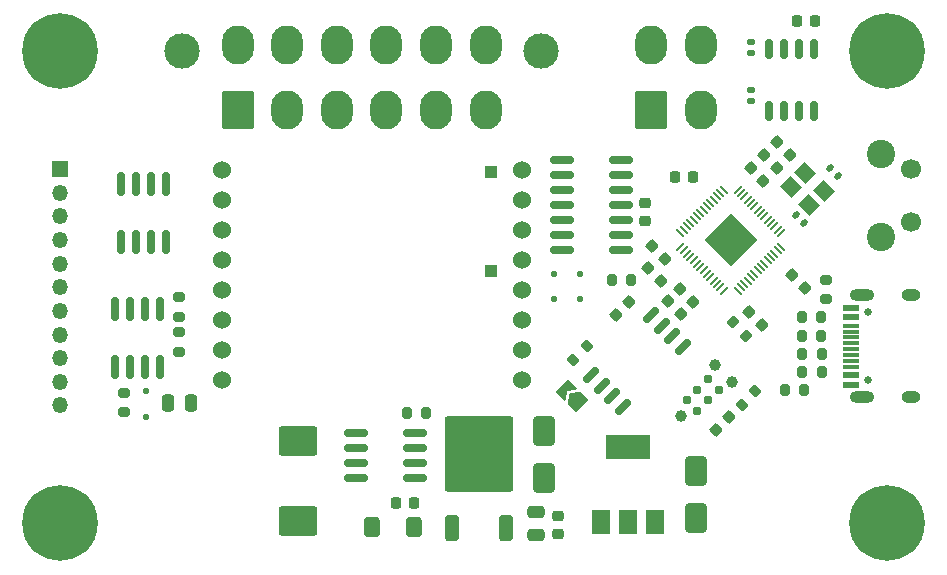
<source format=gbr>
%TF.GenerationSoftware,KiCad,Pcbnew,7.99.0-3804-ge3eab57133-dirty*%
%TF.CreationDate,2023-12-05T15:26:08-03:00*%
%TF.ProjectId,Wideband_v3,57696465-6261-46e6-945f-76332e6b6963,rev?*%
%TF.SameCoordinates,Original*%
%TF.FileFunction,Soldermask,Top*%
%TF.FilePolarity,Negative*%
%FSLAX46Y46*%
G04 Gerber Fmt 4.6, Leading zero omitted, Abs format (unit mm)*
G04 Created by KiCad (PCBNEW 7.99.0-3804-ge3eab57133-dirty) date 2023-12-05 15:26:08*
%MOMM*%
%LPD*%
G01*
G04 APERTURE LIST*
G04 Aperture macros list*
%AMRoundRect*
0 Rectangle with rounded corners*
0 $1 Rounding radius*
0 $2 $3 $4 $5 $6 $7 $8 $9 X,Y pos of 4 corners*
0 Add a 4 corners polygon primitive as box body*
4,1,4,$2,$3,$4,$5,$6,$7,$8,$9,$2,$3,0*
0 Add four circle primitives for the rounded corners*
1,1,$1+$1,$2,$3*
1,1,$1+$1,$4,$5*
1,1,$1+$1,$6,$7*
1,1,$1+$1,$8,$9*
0 Add four rect primitives between the rounded corners*
20,1,$1+$1,$2,$3,$4,$5,0*
20,1,$1+$1,$4,$5,$6,$7,0*
20,1,$1+$1,$6,$7,$8,$9,0*
20,1,$1+$1,$8,$9,$2,$3,0*%
%AMRotRect*
0 Rectangle, with rotation*
0 The origin of the aperture is its center*
0 $1 length*
0 $2 width*
0 $3 Rotation angle, in degrees counterclockwise*
0 Add horizontal line*
21,1,$1,$2,0,0,$3*%
%AMFreePoly0*
4,1,6,1.000000,0.000000,0.499999,-0.750000,-0.499999,-0.750000,-0.499999,0.750000,0.499999,0.750000,1.000000,0.000000,1.000000,0.000000,$1*%
%AMFreePoly1*
4,1,6,0.499999,-0.750000,-0.649999,-0.750000,-0.150000,0.000000,-0.649999,0.750000,0.499999,0.750000,0.499999,-0.750000,0.499999,-0.750000,$1*%
G04 Aperture macros list end*
%ADD10RoundRect,0.200000X0.275000X-0.200000X0.275000X0.200000X-0.275000X0.200000X-0.275000X-0.200000X0*%
%ADD11RoundRect,0.200000X0.200000X0.275000X-0.200000X0.275000X-0.200000X-0.275000X0.200000X-0.275000X0*%
%ADD12RoundRect,0.200000X-0.200000X-0.275000X0.200000X-0.275000X0.200000X0.275000X-0.200000X0.275000X0*%
%ADD13C,0.800000*%
%ADD14C,6.400000*%
%ADD15R,1.350000X1.350000*%
%ADD16O,1.350000X1.350000*%
%ADD17RoundRect,0.250000X-1.400000X-1.000000X1.400000X-1.000000X1.400000X1.000000X-1.400000X1.000000X0*%
%ADD18RoundRect,0.150000X-0.353553X-0.565685X0.565685X0.353553X0.353553X0.565685X-0.565685X-0.353553X0*%
%ADD19C,2.400000*%
%ADD20C,1.700000*%
%ADD21R,1.500000X2.000000*%
%ADD22R,3.800000X2.000000*%
%ADD23R,1.000000X1.000000*%
%ADD24RoundRect,0.140000X0.170000X-0.140000X0.170000X0.140000X-0.170000X0.140000X-0.170000X-0.140000X0*%
%ADD25RoundRect,0.225000X0.335876X0.017678X0.017678X0.335876X-0.335876X-0.017678X-0.017678X-0.335876X0*%
%ADD26RoundRect,0.225000X-0.335876X-0.017678X-0.017678X-0.335876X0.335876X0.017678X0.017678X0.335876X0*%
%ADD27RoundRect,0.250000X0.400000X0.600000X-0.400000X0.600000X-0.400000X-0.600000X0.400000X-0.600000X0*%
%ADD28RoundRect,0.250000X-0.650000X1.000000X-0.650000X-1.000000X0.650000X-1.000000X0.650000X1.000000X0*%
%ADD29RotRect,1.400000X1.200000X315.000000*%
%ADD30RoundRect,0.225000X0.017678X-0.335876X0.335876X-0.017678X-0.017678X0.335876X-0.335876X0.017678X0*%
%ADD31RoundRect,0.225000X-0.225000X-0.250000X0.225000X-0.250000X0.225000X0.250000X-0.225000X0.250000X0*%
%ADD32RoundRect,0.125000X0.125000X0.125000X-0.125000X0.125000X-0.125000X-0.125000X0.125000X-0.125000X0*%
%ADD33FreePoly0,135.000000*%
%ADD34FreePoly1,135.000000*%
%ADD35RoundRect,0.225000X0.250000X-0.225000X0.250000X0.225000X-0.250000X0.225000X-0.250000X-0.225000X0*%
%ADD36C,1.524000*%
%ADD37RoundRect,0.250000X0.250000X0.475000X-0.250000X0.475000X-0.250000X-0.475000X0.250000X-0.475000X0*%
%ADD38RoundRect,0.200000X-0.053033X0.335876X-0.335876X0.053033X0.053033X-0.335876X0.335876X-0.053033X0*%
%ADD39RoundRect,0.200000X-0.335876X-0.053033X-0.053033X-0.335876X0.335876X0.053033X0.053033X0.335876X0*%
%ADD40RoundRect,0.140000X-0.219203X-0.021213X-0.021213X-0.219203X0.219203X0.021213X0.021213X0.219203X0*%
%ADD41RoundRect,0.225000X0.225000X0.250000X-0.225000X0.250000X-0.225000X-0.250000X0.225000X-0.250000X0*%
%ADD42RoundRect,0.150000X-0.825000X-0.150000X0.825000X-0.150000X0.825000X0.150000X-0.825000X0.150000X0*%
%ADD43C,0.650000*%
%ADD44R,1.450000X0.600000*%
%ADD45R,1.450000X0.300000*%
%ADD46O,2.100000X1.000000*%
%ADD47O,1.600000X1.000000*%
%ADD48RoundRect,0.140000X0.219203X0.021213X0.021213X0.219203X-0.219203X-0.021213X-0.021213X-0.219203X0*%
%ADD49RoundRect,0.200000X-0.275000X0.200000X-0.275000X-0.200000X0.275000X-0.200000X0.275000X0.200000X0*%
%ADD50RoundRect,0.140000X-0.170000X0.140000X-0.170000X-0.140000X0.170000X-0.140000X0.170000X0.140000X0*%
%ADD51RoundRect,0.150000X0.825000X0.150000X-0.825000X0.150000X-0.825000X-0.150000X0.825000X-0.150000X0*%
%ADD52C,0.990600*%
%ADD53C,0.787400*%
%ADD54RoundRect,0.150000X0.150000X-0.675000X0.150000X0.675000X-0.150000X0.675000X-0.150000X-0.675000X0*%
%ADD55RoundRect,0.050000X0.309359X-0.238649X-0.238649X0.309359X-0.309359X0.238649X0.238649X-0.309359X0*%
%ADD56RoundRect,0.050000X0.309359X0.238649X0.238649X0.309359X-0.309359X-0.238649X-0.238649X-0.309359X0*%
%ADD57RotRect,3.200000X3.200000X135.000000*%
%ADD58RoundRect,0.150000X-0.150000X0.825000X-0.150000X-0.825000X0.150000X-0.825000X0.150000X0.825000X0*%
%ADD59RoundRect,0.125000X-0.125000X-0.125000X0.125000X-0.125000X0.125000X0.125000X-0.125000X0.125000X0*%
%ADD60RoundRect,0.125000X0.125000X-0.125000X0.125000X0.125000X-0.125000X0.125000X-0.125000X-0.125000X0*%
%ADD61RoundRect,0.250000X0.350000X-0.850000X0.350000X0.850000X-0.350000X0.850000X-0.350000X-0.850000X0*%
%ADD62RoundRect,0.249997X2.650003X-2.950003X2.650003X2.950003X-2.650003X2.950003X-2.650003X-2.950003X0*%
%ADD63RoundRect,0.250000X0.475000X-0.250000X0.475000X0.250000X-0.475000X0.250000X-0.475000X-0.250000X0*%
%ADD64C,3.000000*%
%ADD65RoundRect,0.250001X-1.099999X-1.399999X1.099999X-1.399999X1.099999X1.399999X-1.099999X1.399999X0*%
%ADD66O,2.700000X3.300000*%
G04 APERTURE END LIST*
D10*
%TO.C,R13*%
X147472400Y-91150600D03*
X147472400Y-89500600D03*
%TD*%
D11*
%TO.C,R12*%
X147047400Y-92675600D03*
X145397400Y-92675600D03*
%TD*%
%TO.C,R11*%
X147097400Y-97325600D03*
X145447400Y-97325600D03*
%TD*%
%TO.C,R10*%
X145597400Y-98825600D03*
X143947400Y-98825600D03*
%TD*%
D12*
%TO.C,R9*%
X129297400Y-89475600D03*
X130947400Y-89475600D03*
%TD*%
D10*
%TO.C,R8*%
X92672400Y-92600600D03*
X92672400Y-90950600D03*
%TD*%
%TO.C,R7*%
X92672400Y-95600600D03*
X92672400Y-93950600D03*
%TD*%
D13*
%TO.C,H3*%
X80222400Y-110125600D03*
X80925344Y-108428544D03*
X80925344Y-111822656D03*
X82622400Y-107725600D03*
D14*
X82622400Y-110125600D03*
D13*
X82622400Y-112525600D03*
X84319456Y-108428544D03*
X84319456Y-111822656D03*
X85022400Y-110125600D03*
%TD*%
D15*
%TO.C,J1*%
X82622400Y-80125600D03*
D16*
X82622400Y-82125600D03*
X82622400Y-84125600D03*
X82622400Y-86125600D03*
X82622400Y-88125600D03*
X82622400Y-90125600D03*
X82622400Y-92125600D03*
X82622400Y-94125600D03*
X82622400Y-96125600D03*
X82622400Y-98125600D03*
X82622400Y-100125600D03*
%TD*%
D17*
%TO.C,D10*%
X102717600Y-103127600D03*
X102717600Y-109927600D03*
%TD*%
D18*
%TO.C,U2*%
X127552377Y-97566146D03*
X128450403Y-98464172D03*
X129348428Y-99362197D03*
X130246454Y-100260223D03*
X135337623Y-95169054D03*
X134439597Y-94271028D03*
X133541572Y-93373003D03*
X132643546Y-92474977D03*
%TD*%
D13*
%TO.C,H1*%
X150222400Y-70125600D03*
X150925344Y-68428544D03*
X150925344Y-71822656D03*
X152622400Y-67725600D03*
D14*
X152622400Y-70125600D03*
D13*
X152622400Y-72525600D03*
X154319456Y-68428544D03*
X154319456Y-71822656D03*
X155022400Y-70125600D03*
%TD*%
D19*
%TO.C,SW3*%
X152122401Y-78875600D03*
X152122400Y-85875600D03*
D20*
X154622400Y-80125600D03*
X154622400Y-84625601D03*
%TD*%
D21*
%TO.C,U8*%
X128408400Y-109982400D03*
X130708400Y-109982399D03*
D22*
X130708400Y-103682401D03*
D21*
X133008400Y-109982400D03*
%TD*%
D23*
%TO.C,TP4*%
X119075200Y-88747600D03*
%TD*%
D24*
%TO.C,C1*%
X141071600Y-70279200D03*
X141071600Y-69319200D03*
%TD*%
D13*
%TO.C,H4*%
X150222400Y-110125600D03*
X150925344Y-108428544D03*
X150925344Y-111822656D03*
X152622400Y-107725600D03*
D14*
X152622400Y-110125600D03*
D13*
X152622400Y-112525600D03*
X154319456Y-108428544D03*
X154319456Y-111822656D03*
X155022400Y-110125600D03*
%TD*%
D25*
%TO.C,C18*%
X144362808Y-78957808D03*
X143266792Y-77861792D03*
%TD*%
D26*
%TO.C,C10*%
X141056992Y-80046192D03*
X142153008Y-81142208D03*
%TD*%
D27*
%TO.C,D11*%
X112538351Y-110444273D03*
X109038351Y-110444273D03*
%TD*%
D26*
%TO.C,C19*%
X135124392Y-90277592D03*
X136220408Y-91373608D03*
%TD*%
D28*
%TO.C,D1*%
X136398000Y-105645199D03*
X136398000Y-109645201D03*
%TD*%
D12*
%TO.C,R20*%
X111951000Y-100736400D03*
X113601000Y-100736400D03*
%TD*%
D29*
%TO.C,Y1*%
X144485155Y-81612061D03*
X146040790Y-83167696D03*
X147242871Y-81965615D03*
X145687236Y-80409980D03*
%TD*%
D30*
%TO.C,C24*%
X129703192Y-92496008D03*
X130799208Y-91399992D03*
%TD*%
D31*
%TO.C,C23*%
X134647400Y-80825600D03*
X136197400Y-80825600D03*
%TD*%
D26*
%TO.C,C14*%
X144587592Y-89113992D03*
X145683608Y-90210008D03*
%TD*%
D32*
%TO.C,D5*%
X126626799Y-91084400D03*
X124426801Y-91084400D03*
%TD*%
D23*
%TO.C,TP5*%
X119075200Y-80365600D03*
%TD*%
D33*
%TO.C,JP4*%
X126445852Y-99877452D03*
D34*
X125420548Y-98852148D03*
%TD*%
D35*
%TO.C,C29*%
X124764800Y-111011000D03*
X124764800Y-109461000D03*
%TD*%
D26*
%TO.C,C17*%
X132395592Y-88529792D03*
X133491608Y-89625808D03*
%TD*%
D36*
%TO.C,U3*%
X121716800Y-97967800D03*
X121716800Y-95427800D03*
X121716800Y-92887800D03*
X121716800Y-90347800D03*
X121716800Y-87807800D03*
X121716800Y-85267800D03*
X121716800Y-82727800D03*
X121716800Y-80187800D03*
X96316800Y-97967800D03*
X96316801Y-95427800D03*
X96316800Y-92887800D03*
X96316800Y-90347800D03*
X96316800Y-87807800D03*
X96316800Y-85267801D03*
X96316800Y-82727799D03*
X96316800Y-80187800D03*
%TD*%
D37*
%TO.C,C7*%
X93659999Y-99898200D03*
X91760001Y-99898200D03*
%TD*%
D26*
%TO.C,C11*%
X134074392Y-91327592D03*
X135170408Y-92423608D03*
%TD*%
D38*
%TO.C,R6*%
X127176963Y-95123837D03*
X126010237Y-96290563D03*
%TD*%
D39*
%TO.C,R5*%
X139539037Y-93042237D03*
X140705763Y-94208963D03*
%TD*%
D40*
%TO.C,C15*%
X147767989Y-80051589D03*
X148446811Y-80730411D03*
%TD*%
D41*
%TO.C,C28*%
X112585800Y-108356400D03*
X111035800Y-108356400D03*
%TD*%
D35*
%TO.C,C13*%
X132130800Y-84544200D03*
X132130800Y-82994200D03*
%TD*%
D42*
%TO.C,U7*%
X125134600Y-79375000D03*
X125134600Y-80645000D03*
X125134600Y-81915000D03*
X125134600Y-83185000D03*
X125134600Y-84455000D03*
X125134600Y-85725000D03*
X125134600Y-86995000D03*
X130084600Y-86995000D03*
X130084600Y-85725000D03*
X130084600Y-84455000D03*
X130084600Y-83185000D03*
X130084600Y-81915000D03*
X130084600Y-80645000D03*
X130084600Y-79375000D03*
%TD*%
D43*
%TO.C,J2*%
X151022400Y-98015600D03*
X151022400Y-92235600D03*
D44*
X149577400Y-98375600D03*
X149577400Y-97575601D03*
D45*
X149577401Y-96375600D03*
X149577400Y-95375600D03*
X149577400Y-94875600D03*
X149577401Y-93875600D03*
D44*
X149577400Y-92675599D03*
X149577400Y-91875600D03*
X149577400Y-91875600D03*
X149577400Y-92675599D03*
D45*
X149577400Y-93375600D03*
X149577400Y-94375600D03*
X149577400Y-95875600D03*
X149577400Y-96875600D03*
D44*
X149577400Y-97575601D03*
X149577400Y-98375600D03*
D46*
X150492400Y-99445600D03*
D47*
X154672400Y-99445600D03*
D46*
X150492400Y-90805600D03*
D47*
X154672400Y-90805600D03*
%TD*%
D48*
%TO.C,C16*%
X145611811Y-84665011D03*
X144932989Y-83986189D03*
%TD*%
D13*
%TO.C,H2*%
X80222400Y-70125600D03*
X80925344Y-68428544D03*
X80925344Y-71822656D03*
X82622400Y-67725600D03*
D14*
X82622400Y-70125600D03*
D13*
X82622400Y-72525600D03*
X84319456Y-68428544D03*
X84319456Y-71822656D03*
X85022400Y-70125600D03*
%TD*%
D11*
%TO.C,R4*%
X147052800Y-94208600D03*
X145402800Y-94208600D03*
%TD*%
D49*
%TO.C,R18*%
X88036400Y-99073200D03*
X88036400Y-100723200D03*
%TD*%
D50*
%TO.C,C2*%
X141071600Y-73434000D03*
X141071600Y-74394000D03*
%TD*%
D51*
%TO.C,Q6*%
X112609400Y-106248200D03*
X112609400Y-104978200D03*
X112609400Y-103708200D03*
X112609400Y-102438200D03*
X107659400Y-102438200D03*
X107659400Y-103708200D03*
X107659400Y-104978200D03*
X107659400Y-106248200D03*
%TD*%
D52*
%TO.C,J3*%
X135203362Y-101033013D03*
X138077044Y-96722490D03*
X139513885Y-98159331D03*
D53*
X136550400Y-100584000D03*
X135652375Y-99685975D03*
X137448426Y-99685975D03*
X136550400Y-98787949D03*
X138346451Y-98787949D03*
X137448426Y-97889924D03*
%TD*%
D54*
%TO.C,U4*%
X142621000Y-75167400D03*
X143891000Y-75167400D03*
X145161000Y-75167400D03*
X146431000Y-75167400D03*
X146431000Y-69917400D03*
X145161000Y-69917400D03*
X143891000Y-69917400D03*
X142621000Y-69917400D03*
%TD*%
D55*
%TO.C,U1*%
X139962002Y-90400557D03*
X140244845Y-90117714D03*
X140527687Y-89834872D03*
X140810530Y-89552029D03*
X141093373Y-89269186D03*
X141376215Y-88986344D03*
X141659058Y-88703501D03*
X141941901Y-88420658D03*
X142224744Y-88137815D03*
X142507586Y-87854973D03*
X142790429Y-87572130D03*
X143073272Y-87289287D03*
X143356114Y-87006445D03*
X143638957Y-86723602D03*
D56*
X143638957Y-85539198D03*
X143356114Y-85256355D03*
X143073272Y-84973513D03*
X142790429Y-84690670D03*
X142507586Y-84407827D03*
X142224744Y-84124985D03*
X141941901Y-83842142D03*
X141659058Y-83559299D03*
X141376215Y-83276456D03*
X141093373Y-82993614D03*
X140810530Y-82710771D03*
X140527687Y-82427928D03*
X140244845Y-82145086D03*
X139962002Y-81862243D03*
D55*
X138777598Y-81862243D03*
X138494755Y-82145086D03*
X138211913Y-82427928D03*
X137929070Y-82710771D03*
X137646227Y-82993614D03*
X137363385Y-83276456D03*
X137080542Y-83559299D03*
X136797699Y-83842142D03*
X136514856Y-84124985D03*
X136232014Y-84407827D03*
X135949171Y-84690670D03*
X135666328Y-84973513D03*
X135383486Y-85256355D03*
X135100643Y-85539198D03*
D56*
X135100643Y-86723602D03*
X135383486Y-87006445D03*
X135666328Y-87289287D03*
X135949171Y-87572130D03*
X136232014Y-87854973D03*
X136514856Y-88137815D03*
X136797699Y-88420658D03*
X137080542Y-88703501D03*
X137363385Y-88986344D03*
X137646227Y-89269186D03*
X137929070Y-89552029D03*
X138211913Y-89834872D03*
X138494755Y-90117714D03*
X138777598Y-90400557D03*
D57*
X139369800Y-86131400D03*
%TD*%
D41*
%TO.C,C12*%
X146520200Y-67614800D03*
X144970200Y-67614800D03*
%TD*%
D58*
%TO.C,U10*%
X91077400Y-91962200D03*
X89807400Y-91962200D03*
X88537400Y-91962200D03*
X87267400Y-91962200D03*
X87267400Y-96912200D03*
X88537400Y-96912200D03*
X89807400Y-96912200D03*
X91077400Y-96912200D03*
%TD*%
D59*
%TO.C,D6*%
X124452200Y-89027000D03*
X126652200Y-89027000D03*
%TD*%
D12*
%TO.C,R3*%
X145428200Y-95808800D03*
X147078200Y-95808800D03*
%TD*%
D60*
%TO.C,D7*%
X89890600Y-101125199D03*
X89890600Y-98925201D03*
%TD*%
D28*
%TO.C,D2*%
X123529690Y-102298989D03*
X123529690Y-106298991D03*
%TD*%
D25*
%TO.C,C21*%
X133821808Y-87746208D03*
X132725792Y-86650192D03*
%TD*%
D58*
%TO.C,U9*%
X91592400Y-81345000D03*
X90322400Y-81345000D03*
X89052400Y-81345000D03*
X87782400Y-81345000D03*
X87782400Y-86295000D03*
X89052400Y-86295000D03*
X90322400Y-86295000D03*
X91592400Y-86295000D03*
%TD*%
D61*
%TO.C,U11*%
X115779200Y-110524399D03*
D62*
X118059200Y-104224398D03*
D61*
X120339200Y-110524399D03*
%TD*%
D25*
%TO.C,C22*%
X143270608Y-80024608D03*
X142174592Y-78928592D03*
%TD*%
D38*
%TO.C,R19*%
X141468976Y-98932999D03*
X140302250Y-100099725D03*
%TD*%
D25*
%TO.C,C9*%
X142000608Y-93334208D03*
X140904592Y-92238192D03*
%TD*%
D63*
%TO.C,C30*%
X122895400Y-111084399D03*
X122895400Y-109184401D03*
%TD*%
D30*
%TO.C,C20*%
X138102405Y-102223370D03*
X139198421Y-101127354D03*
%TD*%
D64*
%TO.C,J5*%
X92922400Y-70085600D03*
X123322400Y-70085600D03*
D65*
X97622400Y-75125600D03*
D66*
X101822399Y-75125600D03*
X106022400Y-75125600D03*
X110222399Y-75125600D03*
X114422400Y-75125600D03*
X118622399Y-75125600D03*
X97622400Y-69625600D03*
X101822400Y-69625600D03*
X106022400Y-69625600D03*
X110222400Y-69625600D03*
X114422400Y-69625600D03*
X118622400Y-69625600D03*
%TD*%
D65*
%TO.C,J4*%
X132622400Y-75125600D03*
D66*
X136822399Y-75125600D03*
X132622400Y-69625600D03*
X136822400Y-69625600D03*
%TD*%
M02*

</source>
